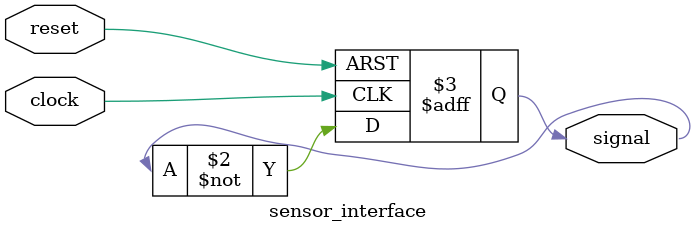
<source format=v>
module sensor_interface ( clock, reset, signal);

input	clock;
input	reset;
output	signal;

reg signal;

always@(posedge clock or posedge reset)
	begin
	if(reset)
		begin
			signal <= 1'b1;
		end
	else
		begin
			signal <= ~signal;
		end
	end


endmodule

</source>
